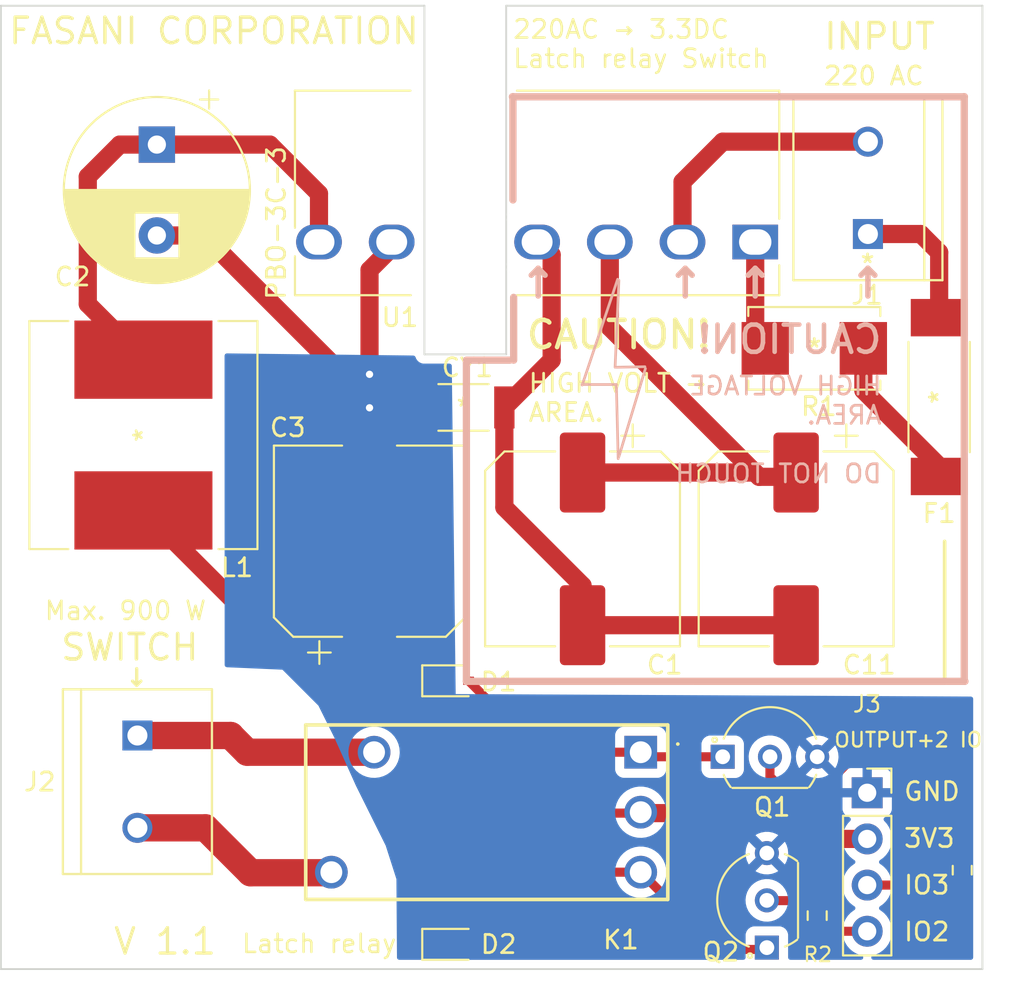
<source format=kicad_pcb>
(kicad_pcb (version 20211014) (generator pcbnew)
  (layers (0 "F.Cu" signal) (31 "B.Cu" signal) (34 "B.Paste" user) (35 "F.Paste" user) (36 "B.SilkS" user "B.Silkscreen") (37 "F.SilkS" user "F.Silkscreen") (38 "B.Mask" user) (39 "F.Mask" user) (44 "Edge.Cuts" user))
  (net 0 "")
  (net 1 "Net-(C1-Pad1)")
  (net 2 "Net-(C1-Pad2)")
  (net 3 "Net-(C2-Pad1)")
  (net 4 "GND")
  (net 5 "AC")
  (net 6 "Net-(F1-Pad2)")
  (net 7 "/AC (N)")
  (net 8 "Net-(R1-Pad2)")
  (net 9 "/IO_2")
  (net 10 "/IO_3")
  (net 11 "+3V3")
  (net 12 "Net-(J2-Pad1)")
  (net 13 "Net-(J2-Pad2)")
  (net 14 "Net-(D1-Pad2)")
  (net 15 "Net-(D2-Pad2)")
  (net 16 "Net-(Q1-Pad2)")
  (net 17 "Net-(Q2-Pad2)")
  (footprint "footprint:SMW212RJT" (layer "F.Cu") (at 154.75 77.85 180)
    (fp_text reference "R1" (at -0.25 -3.2 180) (layer "F.SilkS"))
    (fp_text value "R" hide)
    (fp_text user "*" (at 0 0) (layer "F.SilkS"))
    (fp_line (start 3.6322 2.2733) (end 3.6322 1.78054) (layer "F.SilkS") (width 0.12))
    (fp_line (start 3.6322 -1.78054) (end 3.6322 -2.2733) (layer "F.SilkS") (width 0.12))
    (fp_line (start -3.6322 -2.2733) (end -3.6322 -1.78054) (layer "F.SilkS") (width 0.12))
    (fp_line (start 3.6322 -2.2733) (end -3.6322 -2.2733) (layer "F.SilkS") (width 0.12))
    (fp_line (start -3.6322 1.78054) (end -3.6322 2.2733) (layer "F.SilkS") (width 0.12))
    (fp_line (start -3.6322 2.2733) (end 3.6322 2.2733) (layer "F.SilkS") (width 0.12))
    (pad "1" smd rect (at -2.69875 0 180) (size 2.6035 2.8956) (layers "F.Cu" "F.Paste" "F.Mask") (net 6 "Net-(F1-Pad2)"))
    (pad "2" smd rect (at 2.69875 0 180) (size 2.6035 2.8956) (layers "F.Cu" "F.Paste" "F.Mask") (net 8 "Net-(R1-Pad2)"))
  )
  (footprint "footprint:MountingHole_2.2mm_M2" (layer "F.Cu") (at 153.68 61.16)
    (fp_text reference "H2" hide)
    (fp_text value "MountingHole" hide)
    (pad "" np_thru_hole circle (at 0 0) (size 2.2 2.2) (drill 2.2) (layers *.Cu *.Mask))
  )
  (footprint "Capacitor_SMD:CP_Elec_10x14.3" (layer "F.Cu") (at 142 88.8825 -90)
    (fp_text reference "C1" (at 6.385 -4.52 180) (layer "F.SilkS"))
    (fp_text value "12uF")
    (fp_line (start -5.36 4.295563) (end -5.36 1.51) (layer "F.SilkS") (width 0.12))
    (fp_line (start 5.36 -5.36) (end 5.36 -1.51) (layer "F.SilkS") (width 0.12))
    (fp_line (start -5.36 -4.295563) (end -4.295563 -5.36) (layer "F.SilkS") (width 0.12))
    (fp_line (start -6.225 -3.385) (end -6.225 -2.135) (layer "F.SilkS") (width 0.12))
    (fp_line (start 5.36 5.36) (end 5.36 1.51) (layer "F.SilkS") (width 0.12))
    (fp_line (start -4.295563 5.36) (end 5.36 5.36) (layer "F.SilkS") (width 0.12))
    (fp_line (start -5.36 -4.295563) (end -5.36 -1.51) (layer "F.SilkS") (width 0.12))
    (fp_line (start -6.85 -2.76) (end -5.6 -2.76) (layer "F.SilkS") (width 0.12))
    (fp_line (start -4.295563 -5.36) (end 5.36 -5.36) (layer "F.SilkS") (width 0.12))
    (fp_line (start -5.36 4.295563) (end -4.295563 5.36) (layer "F.SilkS") (width 0.12))
    (pad "1" smd roundrect (at -4.2 0 270) (size 4.4 2.5) (layers "F.Cu" "F.Paste" "F.Mask") (roundrect_rratio 0.1) (net 1 "Net-(C1-Pad1)"))
    (pad "2" smd roundrect (at 4.2 0 270) (size 4.4 2.5) (layers "F.Cu" "F.Paste" "F.Mask") (roundrect_rratio 0.1) (net 2 "Net-(C1-Pad2)"))
  )
  (footprint "footprint:BC547B" (layer "F.Cu") (at 149.71 100.32)
    (fp_text reference "Q1" (at 2.72 2.77) (layer "F.SilkS"))
    (fp_text value "Q_NPN_CBE" hide)
    (fp_line (start 0.536494 1.7145) (end 4.663506 1.7145) (layer "F.SilkS") (width 0.12))
    (fp_arc (start 0.056517 -0.99314) (mid 2.600845 -2.7305) (end 5.144097 -0.991565) (layer "F.SilkS") (width 0.12))
    (fp_arc (start 5.144097 0.991565) (mid 4.978085 1.341768) (end 4.764164 1.66494) (layer "F.SilkS") (width 0.12))
    (fp_arc (start 0.435836 1.66494) (mid 0.222331 1.342505) (end 0.056518 0.993141) (layer "F.SilkS") (width 0.12))
    (fp_circle (center -0.44 -0.93) (end -0.313 -0.93) (layer "F.SilkS") (width 0.12) (fill none))
    (pad "1" thru_hole rect (at 0 0) (size 1.3208 1.3208) (drill 0.8128) (layers *.Cu *.Mask) (net 14 "Net-(D1-Pad2)"))
    (pad "2" thru_hole circle (at 2.6 0) (size 1.3208 1.3208) (drill 0.8128) (layers *.Cu *.Mask) (net 16 "Net-(Q1-Pad2)"))
    (pad "3" thru_hole circle (at 5.2 0) (size 1.3208 1.3208) (drill 0.8128) (layers *.Cu *.Mask) (net 4 "GND"))
  )
  (footprint "Resistor_SMD:R_0603_1608Metric" (layer "F.Cu") (at 154.91 109.06 -90)
    (fp_text reference "R2" (at 2.14 -0.03) (layer "F.SilkS") (effects (font (size 0.8 0.8) (thickness 0.12))))
    (fp_text value "430Ω" hide)
    (fp_line (start -0.237258 0.5225) (end 0.237258 0.5225) (layer "F.SilkS") (width 0.12))
    (fp_line (start -0.237258 -0.5225) (end 0.237258 -0.5225) (layer "F.SilkS") (width 0.12))
    (pad "1" smd roundrect (at -0.825 0 270) (size 0.8 0.95) (layers "F.Cu" "F.Paste" "F.Mask") (net 17 "Net-(Q2-Pad2)"))
    (pad "2" smd roundrect (at 0.825 0 270) (size 0.8 0.95) (layers "F.Cu" "F.Paste" "F.Mask") (net 9 "/IO_2"))
  )
  (footprint "footprint:FH44L-1AT-L2-DC3V" (layer "F.Cu") (at 136.48 103.27 180)
    (fp_text reference "K1" (at -7.63 -7.12 unlocked) (layer "F.SilkS"))
    (fp_text value "HF163-F")
    (fp_line (start -10.81 3.65) (end -10.81 3.65) (layer "F.SilkS") (width 0.1))
    (fp_line (start 9.71 -4.9) (end -10.2 -4.9) (layer "F.SilkS") (width 0.2))
    (fp_line (start -10.2 4.7) (end 9.71 4.7) (layer "F.SilkS") (width 0.2))
    (fp_line (start -10.21 -4.9) (end -10.21 4.7) (layer "F.SilkS") (width 0.2))
    (fp_line (start 9.71 4.7) (end 9.71 -4.9) (layer "F.SilkS") (width 0.2))
    (fp_line (start -10.71 3.65) (end -10.71 3.65) (layer "F.SilkS") (width 0.1))
    (fp_arc (start -10.71 3.65) (mid -10.76 3.7) (end -10.81 3.65) (layer "F.SilkS") (width 0.1))
    (fp_arc (start -10.81 3.65) (mid -10.76 3.6) (end -10.71 3.65) (layer "F.SilkS") (width 0.1))
    (pad "1" thru_hole rect (at -8.72 3.2 180) (size 1.8 1.8) (drill 1.2) (layers *.Cu *.Mask) (net 14 "Net-(D1-Pad2)"))
    (pad "2" thru_hole circle (at -8.72 -0.1 180) (size 1.8 1.8) (drill 1.2) (layers *.Cu *.Mask) (net 11 "+3V3"))
    (pad "3" thru_hole circle (at -8.72 -3.4 180) (size 1.8 1.8) (drill 1.2) (layers *.Cu *.Mask) (net 15 "Net-(D2-Pad2)"))
    (pad "4" thru_hole circle (at 8.3 -3.4 180) (size 1.8 1.8) (drill 1.2) (layers *.Cu *.Mask) (net 13 "Net-(J2-Pad2)"))
    (pad "5" thru_hole circle (at 5.95 3.2 180) (size 1.8 1.8) (drill 1.2) (layers *.Cu *.Mask) (net 12 "Net-(J2-Pad1)"))
  )
  (footprint "Diode_SMD:D_SOD-323" (layer "F.Cu") (at 134.68 110.64)
    (fp_text reference "D2" (at 2.7 0 180) (layer "F.SilkS"))
    (fp_text value "1N4148" hide)
    (fp_line (start -1.5 -0.85) (end 1.05 -0.85) (layer "F.SilkS") (width 0.12))
    (fp_line (start -1.5 -0.85) (end -1.5 0.85) (layer "F.SilkS") (width 0.12))
    (fp_line (start -1.5 0.85) (end 1.05 0.85) (layer "F.SilkS") (width 0.12))
    (pad "1" smd rect (at -1.05 0) (size 0.6 0.45) (layers "F.Cu" "F.Paste" "F.Mask") (net 11 "+3V3"))
    (pad "2" smd rect (at 1.05 0) (size 0.6 0.45) (layers "F.Cu" "F.Paste" "F.Mask") (net 15 "Net-(D2-Pad2)"))
  )
  (footprint "footprint:CC1808KKX7RCBB102" (layer "F.Cu") (at 135.45 81.1)
    (fp_text reference "CY1" (at 0.21 -2.19) (layer "F.SilkS"))
    (fp_text value "1nF" hide)
    (fp_text user "*" (at 0 0) (layer "F.SilkS"))
    (fp_line (start -1.38155 1.2827) (end 1.38155 1.2827) (layer "F.SilkS") (width 0.12))
    (fp_line (start 1.38155 -1.2827) (end -1.38155 -1.2827) (layer "F.SilkS") (width 0.12))
    (pad "1" smd rect (at -2.2479 0) (size 1.1176 2.3114) (layers "F.Cu" "F.Paste" "F.Mask") (net 4 "GND"))
    (pad "2" smd rect (at 2.2479 0) (size 1.1176 2.3114) (layers "F.Cu" "F.Paste" "F.Mask") (net 2 "Net-(C1-Pad2)"))
  )
  (footprint "footprint:PBO-3C-3" (layer "F.Cu") (at 151.499999 72 180)
    (fp_text reference "U1" (at 19.55 -4.15) (layer "F.SilkS"))
    (fp_text value "PBO-3C-3" (at 26.349999 1.05 90) (layer "F.SilkS"))
    (fp_text user "*" (at -6.180001 -1.2) (layer "F.SilkS"))
    (fp_line (start 25.322299 8.3261) (end 25.322299 0.785196) (layer "F.SilkS") (width 0.12))
    (fp_line (start -1.322301 1.278829) (end -1.322301 8.3261) (layer "F.SilkS") (width 0.12))
    (fp_line (start 13.11 -2.9261) (end -1.322301 -2.9261) (layer "F.SilkS") (width 0.12))
    (fp_line (start -1.322301 -2.9261) (end -1.322301 -1.278829) (layer "F.SilkS") (width 0.12))
    (fp_line (start -1.322301 8.3261) (end 13.11 8.3261) (layer "F.SilkS") (width 0.12))
    (fp_line (start 25.31 -2.9261) (end 18.95 -2.9261) (layer "F.SilkS") (width 0.12))
    (fp_line (start 25.33 8.3261) (end 18.97 8.3261) (layer "F.SilkS") (width 0.12))
    (fp_line (start 25.322299 -0.785196) (end 25.322299 -2.9261) (layer "F.SilkS") (width 0.12))
    (pad "" np_thru_hole circle (at 18.899999 -1.3716 180) (size 0.9906 0.9906) (drill 0.9906) (layers *.Cu *.Mask))
    (pad "" np_thru_hole circle (at 18.899999 1.3716 180) (size 0.9906 0.9906) (drill 0.9906) (layers *.Cu *.Mask))
    (pad "" np_thru_hole circle (at 13.099999 1.3716 180) (size 0.9906 0.9906) (drill 0.9906) (layers *.Cu *.Mask))
    (pad "" np_thru_hole circle (at 13.099999 -1.3716 180) (size 0.9906 0.9906) (drill 0.9906) (layers *.Cu *.Mask))
    (pad "1" thru_hole rect (at 0 0 180) (size 2.5146 1.905) (drill oval 1.78 1.4) (layers *.Cu *.Mask) (net 8 "Net-(R1-Pad2)"))
    (pad "2" thru_hole oval (at 3.999999 0 180) (size 2.5146 1.905) (drill oval 1.7 1.4) (layers *.Cu *.Mask) (net 7 "/AC (N)"))
    (pad "3" thru_hole oval (at 7.999999 0 180) (size 2.5146 1.905) (drill oval 1.7 1.4) (layers *.Cu *.Mask) (net 1 "Net-(C1-Pad1)"))
    (pad "4" thru_hole oval (at 11.999999 0 180) (size 2.5146 1.905) (drill oval 1.7 1.4) (layers *.Cu *.Mask) (net 2 "Net-(C1-Pad2)"))
    (pad "5" thru_hole oval (at 19.999998 0 180) (size 2.5146 1.905) (drill oval 1.7 1.4) (layers *.Cu *.Mask) (net 4 "GND"))
    (pad "6" thru_hole oval (at 23.999997 0 180) (size 2.5146 1.905) (drill oval 1.7 1.4) (layers *.Cu *.Mask) (net 3 "Net-(C2-Pad1)"))
  )
  (footprint "footprint:Conn_C8269" (layer "F.Cu") (at 117.51 101.69 -90)
    (fp_text reference "J2" (at 0.01 5.37 180) (layer "F.SilkS") (effects (font (size 1.002039 1.002039))))
    (fp_text value "ON/OFF switch")
    (fp_line (start 5.08 -4.1) (end 5.08 3.1) (layer "F.SilkS") (width 0.127))
    (fp_line (start -5.08 4.1) (end -5.08 3.1) (layer "F.SilkS") (width 0.127))
    (fp_line (start 5.08 4.1) (end -5.08 4.1) (layer "F.SilkS") (width 0.127))
    (fp_line (start -5.08 3.1) (end 5.08 3.1) (layer "F.SilkS") (width 0.127))
    (fp_line (start -5.08 3.1) (end -5.08 -4.1) (layer "F.SilkS") (width 0.127))
    (fp_line (start -5.08 -4.1) (end 5.08 -4.1) (layer "F.SilkS") (width 0.127))
    (fp_line (start 5.08 3.1) (end 5.08 4.1) (layer "F.SilkS") (width 0.127))
    (pad "1" thru_hole rect (at -2.54 0 270) (size 1.65 1.65) (drill 1.1) (layers *.Cu *.Mask) (net 12 "Net-(J2-Pad1)"))
    (pad "2" thru_hole circle (at 2.54 0 270) (size 1.65 1.65) (drill 1.1) (layers *.Cu *.Mask) (net 13 "Net-(J2-Pad2)"))
  )
  (footprint "footprint:Conn_C8269" (layer "F.Cu") (at 157.7 69.02 90)
    (fp_text reference "J1" (at -5.9 -0.05 180) (layer "F.SilkS") (effects (font (size 1.002039 1.002039))))
    (fp_text value "AC MAINS POWER")
    (fp_line (start -5.08 3.1) (end -5.08 -4.1) (layer "F.SilkS") (width 0.127))
    (fp_line (start 5.08 3.1) (end 5.08 4.1) (layer "F.SilkS") (width 0.127))
    (fp_line (start -5.08 -4.1) (end 5.08 -4.1) (layer "F.SilkS") (width 0.127))
    (fp_line (start -5.08 4.1) (end -5.08 3.1) (layer "F.SilkS") (width 0.127))
    (fp_line (start 5.08 4.1) (end -5.08 4.1) (layer "F.SilkS") (width 0.127))
    (fp_line (start -5.08 3.1) (end 5.08 3.1) (layer "F.SilkS") (width 0.127))
    (fp_line (start 5.08 -4.1) (end 5.08 3.1) (layer "F.SilkS") (width 0.127))
    (pad "1" thru_hole rect (at -2.54 0 90) (size 1.65 1.65) (drill 1.1) (layers *.Cu *.Mask) (net 5 "AC"))
    (pad "2" thru_hole circle (at 2.54 0 90) (size 1.65 1.65) (drill 1.1) (layers *.Cu *.Mask) (net 7 "/AC (N)"))
  )
  (footprint "Resistor_SMD:R_0603_1608Metric" (layer "F.Cu") (at 162.89 106.56 -90)
    (fp_text reference "R3" hide)
    (fp_text value "430Ω")
    (fp_line (start -0.237258 -0.5225) (end 0.237258 -0.5225) (layer "F.SilkS") (width 0.12))
    (fp_line (start -0.237258 0.5225) (end 0.237258 0.5225) (layer "F.SilkS") (width 0.12))
    (pad "1" smd roundrect (at -0.825 0 270) (size 0.8 0.95) (layers "F.Cu" "F.Paste" "F.Mask") (net 16 "Net-(Q1-Pad2)"))
    (pad "2" smd roundrect (at 0.825 0 270) (size 0.8 0.95) (layers "F.Cu" "F.Paste" "F.Mask") (net 10 "/IO_3"))
  )
  (footprint "footprint:BC547B" (layer "F.Cu") (at 152.14 110.82 90)
    (fp_text reference "Q2" (at -0.24 -2.53 180) (layer "F.SilkS"))
    (fp_text value "Q_NPN_CBE" hide)
    (fp_line (start 0.536494 1.7145) (end 4.663506 1.7145) (layer "F.SilkS") (width 0.12))
    (fp_arc (start 5.144097 0.991565) (mid 4.978085 1.341768) (end 4.764164 1.66494) (layer "F.SilkS") (width 0.12))
    (fp_arc (start 0.435836 1.66494) (mid 0.222331 1.342505) (end 0.056518 0.993141) (layer "F.SilkS") (width 0.12))
    (fp_arc (start 0.056517 -0.99314) (mid 2.600845 -2.7305) (end 5.144097 -0.991565) (layer "F.SilkS") (width 0.12))
    (fp_circle (center -0.44 -0.93) (end -0.313 -0.93) (layer "F.SilkS") (width 0.12) (fill none))
    (pad "1" thru_hole rect (at 0 0 90) (size 1.3208 1.3208) (drill 0.8128) (layers *.Cu *.Mask) (net 15 "Net-(D2-Pad2)"))
    (pad "2" thru_hole circle (at 2.6 0 90) (size 1.3208 1.3208) (drill 0.8128) (layers *.Cu *.Mask) (net 17 "Net-(Q2-Pad2)"))
    (pad "3" thru_hole circle (at 5.2 0 90) (size 1.3208 1.3208) (drill 0.8128) (layers *.Cu *.Mask) (net 4 "GND"))
  )
  (footprint "Capacitor_THT:CP_Radial_D10.0mm_P5.00mm" (layer "F.Cu") (at 118.58 66.64 -90)
    (fp_text reference "C2" (at 7.27 4.64 180) (layer "F.SilkS"))
    (fp_text value "470uF")
    (fp_line (start 2.78 -5.073) (end 2.78 5.073) (layer "F.SilkS") (width 0.12))
    (fp_line (start 5.381 1.241) (end 5.381 4.194) (layer "F.SilkS") (width 0.12))
    (fp_line (start 6.301 -3.392) (end 6.301 3.392) (layer "F.SilkS") (width 0.12))
    (fp_line (start 3.861 1.241) (end 3.861 4.897) (layer "F.SilkS") (width 0.12))
    (fp_line (start 3.301 -5.018) (end 3.301 5.018) (layer "F.SilkS") (width 0.12))
    (fp_line (start 4.261 -4.768) (end 4.261 -1.241) (layer "F.SilkS") (width 0.12))
    (fp_line (start 5.301 1.241) (end 5.301 4.247) (layer "F.SilkS") (width 0.12))
    (fp_line (start 4.501 1.241) (end 4.501 4.674) (layer "F.SilkS") (width 0.12))
    (fp_line (start 7.301 -1.742) (end 7.301 1.742) (layer "F.SilkS") (width 0.12))
    (fp_line (start 3.581 -4.965) (end 3.581 4.965) (layer "F.SilkS") (width 0.12))
    (fp_line (start 3.941 1.241) (end 3.941 4.874) (layer "F.SilkS") (width 0.12))
    (fp_line (start 3.341 -5.011) (end 3.341 5.011) (layer "F.SilkS") (width 0.12))
    (fp_line (start 2.82 -5.07) (end 2.82 5.07) (layer "F.SilkS") (width 0.12))
    (fp_line (start 4.181 -4.797) (end 4.181 -1.241) (layer "F.SilkS") (width 0.12))
    (fp_line (start 7.221 -1.944) (end 7.221 1.944) (layer "F.SilkS") (width 0.12))
    (fp_line (start 5.821 -3.858) (end 5.821 -1.241) (layer "F.SilkS") (width 0.12))
    (fp_line (start 4.421 -4.707) (end 4.421 -1.241) (layer "F.SilkS") (width 0.12))
    (fp_line (start 5.941 -3.753) (end 5.941 -1.241) (layer "F.SilkS") (width 0.12))
    (fp_line (start 4.061 -4.837) (end 4.061 -1.241) (layer "F.SilkS") (width 0.12))
    (fp_line (start 5.021 -4.417) (end 5.021 -1.241) (layer "F.SilkS") (width 0.12))
    (fp_line (start 4.741 -4.564) (end 4.741 -1.241) (layer "F.SilkS") (width 0.12))
    (fp_line (start 4.901 -4.483) (end 4.901 -1.241) (layer "F.SilkS") (width 0.12))
    (fp_line (start 5.421 -4.166) (end 5.421 -1.241) (layer "F.SilkS") (width 0.12))
    (fp_line (start 5.941 1.241) (end 5.941 3.753) (layer "F.SilkS") (width 0.12))
    (fp_line (start 7.061 -2.289) (end 7.061 2.289) (layer "F.SilkS") (width 0.12))
    (fp_line (start 5.701 -3.957) (end 5.701 -1.241) (layer "F.SilkS") (width 0.12))
    (fp_line (start 5.901 1.241) (end 5.901 3.789) (layer "F.SilkS") (width 0.12))
    (fp_line (start 7.141 -2.125) (end 7.141 2.125) (layer "F.SilkS") (width 0.12))
    (fp_line (start 3.501 -4.982) (end 3.501 4.982) (layer "F.SilkS") (width 0.12))
    (fp_line (start 5.821 1.241) (end 5.821 3.858) (layer "F.SilkS") (width 0.12))
    (fp_line (start 2.66 -5.078) (end 2.66 5.078) (layer "F.SilkS") (width 0.12))
    (fp_line (start 5.541 -4.08) (end 5.541 -1.241) (layer "F.SilkS") (width 0.12))
    (fp_line (start 3.18 -5.035) (end 3.18 5.035) (layer "F.SilkS") (width 0.12))
    (fp_line (start 3.461 -4.99) (end 3.461 4.99) (layer "F.SilkS") (width 0.12))
    (fp_line (start 5.181 -4.323) (end 5.181 -1.241) (layer "F.SilkS") (width 0.12))
    (fp_line (start 6.821 -2.709) (end 6.821 2.709) (layer "F.SilkS") (width 0.12))
    (fp_line (start 4.221 -4.783) (end 4.221 -1.241) (layer "F.SilkS") (width 0.12))
    (fp_line (start 6.501 -3.156) (end 6.501 3.156) (layer "F.SilkS") (width 0.12))
    (fp_line (start -2.979646 -2.875) (end -1.979646 -2.875) (layer "F.SilkS") (width 0.12))
    (fp_line (start 4.621 1.241) (end 4.621 4.621) (layer "F.SilkS") (width 0.12))
    (fp_line (start 6.141 1.241) (end 6.141 3.561) (layer "F.SilkS") (width 0.12))
    (fp_line (start 2.74 -5.075) (end 2.74 5.075) (layer "F.SilkS") (width 0.12))
    (fp_line (start 5.101 1.241) (end 5.101 4.371) (layer "F.SilkS") (width 0.12))
    (fp_line (start 6.581 -3.054) (end 6.581 3.054) (layer "F.SilkS") (width 0.12))
    (fp_line (start 6.261 -3.436) (end 6.261 3.436) (layer "F.SilkS") (width 0.12))
    (fp_line (start 3.06 -5.05) (end 3.06 5.05) (layer "F.SilkS") (width 0.12))
    (fp_line (start 3.821 1.241) (end 3.821 4.907) (layer "F.SilkS") (width 0.12))
    (fp_line (start 5.741 -3.925) (end 5.741 -1.241) (layer "F.SilkS") (width 0.12))
    (fp_line (start 5.261 -4.273) (end 5.261 -1.241) (layer "F.SilkS") (width 0.12))
    (fp_line (start 5.101 -4.371) (end 5.101 -1.241) (layer "F.SilkS") (width 0.12))
    (fp_line (start 4.781 -4.545) (end 4.781 -1.241) (layer "F.SilkS") (width 0.12))
    (fp_line (start 6.621 -3) (end 6.621 3) (layer "F.SilkS") (width 0.12))
    (fp_line (start 6.421 -3.254) (end 6.421 3.254) (layer "F.SilkS") (width 0.12))
    (fp_line (start 7.181 -2.037) (end 7.181 2.037) (layer "F.SilkS") (width 0.12))
    (fp_line (start 4.581 -4.639) (end 4.581 -1.241) (layer "F.SilkS") (width 0.12))
    (fp_line (start 4.701 1.241) (end 4.701 4.584) (layer "F.SilkS") (width 0.12))
    (fp_line (start 2.9 -5.065) (end 2.9 5.065) (layer "F.SilkS") (width 0.12))
    (fp_line (start 4.661 -4.603) (end 4.661 -1.241) (layer "F.SilkS") (width 0.12))
    (fp_line (start 7.541 -0.862) (end 7.541 0.862) (layer "F.SilkS") (width 0.12))
    (fp_line (start 4.621 -4.621) (end 4.621 -1.241) (layer "F.SilkS") (width 0.12))
    (fp_line (start 4.941 1.241) (end 4.941 4.462) (layer "F.SilkS") (width 0.12))
    (fp_line (start 4.901 1.241) (end 4.901 4.483) (layer "F.SilkS") (width 0.12))
    (fp_line (start 4.541 1.241) (end 4.541 4.657) (layer "F.SilkS") (width 0.12))
    (fp_line (start 3.381 -5.004) (end 3.381 5.004) (layer "F.SilkS") (width 0.12))
    (fp_line (start 4.021 1.241) (end 4.021 4.85) (layer "F.SilkS") (width 0.12))
    (fp_line (start 5.621 -4.02) (end 5.621 -1.241) (layer "F.SilkS") (width 0.12))
    (fp_line (start 5.021 1.241) (end 5.021 4.417) (layer "F.SilkS") (width 0.12))
    (fp_line (start 6.101 1.241) (end 6.101 3.601) (layer "F.SilkS") (width 0.12))
    (fp_line (start 5.581 1.241) (end 5.581 4.05) (layer "F.SilkS") (width 0.12))
    (fp_line (start 3.781 1.241) (end 3.781 4.918) (layer "F.SilkS") (width 0.12))
    (fp_line (start 5.461 1.241) (end 5.461 4.138) (layer "F.SilkS") (width 0.12))
    (fp_line (start 4.821 1.241) (end 4.821 4.525) (layer "F.SilkS") (width 0.12))
    (fp_line (start 3.981 -4.862) (end 3.981 -1.241) (layer "F.SilkS") (width 0.12))
    (fp_line (start 5.501 -4.11) (end 5.501 -1.241) (layer "F.SilkS") (width 0.12))
    (fp_line (start 7.381 -1.51) (end 7.381 1.51) (layer "F.SilkS") (width 0.12))
    (fp_line (start 5.221 1.241) (end 5.221 4.298) (layer "F.SilkS") (width 0.12))
    (fp_line (start 3.1 -5.045) (end 3.1 5.045) (layer "F.SilkS") (width 0.12))
    (fp_line (start 2.5 -5.08) (end 2.5 5.08) (layer "F.SilkS") (width 0.12))
    (fp_line (start 4.181 1.241) (end 4.181 4.797) (layer "F.SilkS") (width 0.12))
    (fp_line (start 4.101 1.241) (end 4.101 4.824) (layer "F.SilkS") (width 0.12))
    (fp_line (start 6.741 -2.83) (end 6.741 2.83) (layer "F.SilkS") (width 0.12))
    (fp_line (start 3.901 1.241) (end 3.901 4.885) (layer "F.SilkS") (width 0.12))
    (fp_line (start 5.141 -4.347) (end 5.141 -1.241) (layer "F.SilkS") (width 0.12))
    (fp_line (start 5.861 -3.824) (end 5.861 -1.241) (layer "F.SilkS") (width 0.12))
    (fp_line (start 5.901 -3.789) (end 5.901 -1.241) (layer "F.SilkS") (width 0.12))
    (fp_line (start 4.301 1.241) (end 4.301 4.754) (layer "F.SilkS") (width 0.12))
    (fp_line (start 6.981 -2.439) (end 6.981 2.439) (layer "F.SilkS") (width 0.12))
    (fp_line (start 4.421 1.241) (end 4.421 4.707) (layer "F.SilkS") (width 0.12))
    (fp_line (start 4.261 1.241) (end 4.261 4.768) (layer "F.SilkS") (width 0.12))
    (fp_line (start 6.701 -2.889) (end 6.701 2.889) (layer "F.SilkS") (width 0.12))
    (fp_line (start 5.981 -3.716) (end 5.981 -1.241) (layer "F.SilkS") (width 0.12))
    (fp_line (start 5.301 -4.247) (end 5.301 -1.241) (layer "F.SilkS") (width 0.12))
    (fp_line (start 6.221 -3.478) (end 6.221 -1.241) (layer "F.SilkS") (width 0.12))
    (fp_line (start 5.661 -3.989) (end 5.661 -1.241) (layer "F.SilkS") (width 0.12))
    (fp_line (start 6.781 -2.77) (end 6.781 2.77) (layer "F.SilkS") (width 0.12))
    (fp_line (start 2.54 -5.08) (end 2.54 5.08) (layer "F.SilkS") (width 0.12))
    (fp_line (start 4.501 -4.674) (end 4.501 -1.241) (layer "F.SilkS") (width 0.12))
    (fp_line (start 4.861 -4.504) (end 4.861 -1.241) (layer "F.SilkS") (width 0.12))
    (fp_line (start 5.261 1.241) (end 5.261 4.273) (layer "F.SilkS") (width 0.12))
    (fp_line (start 5.341 -4.221) (end 5.341 -1.241) (layer "F.SilkS") (width 0.12))
    (fp_line (start 7.021 -2.365) (end 7.021 2.365) (layer "F.SilkS") (width 0.12))
    (fp_line (start 4.141 -4.811) (end 4.141 -1.241) (layer "F.SilkS") (width 0.12))
    (fp_line (start 5.621 1.241) (end 5.621 4.02) (layer "F.SilkS") (width 0.12))
    (fp_line (start 3.821 -4.907) (end 3.821 -1.241) (layer "F.SilkS") (width 0.12))
    (fp_line (start 3.741 -4.928) (end 3.741 4.928) (layer "F.SilkS") (width 0.12))
    (fp_line (start 5.061 -4.395) (end 5.061 -1.241) (layer "F.SilkS") (width 0.12))
    (fp_line (start 6.021 -3.679) (end 6.021 -1.241) (layer "F.SilkS") (width 0.12))
    (fp_line (start 4.661 1.241) (end 4.661 4.603) (layer "F.SilkS") (width 0.12))
    (fp_line (start 3.661 -4.947) (end 3.661 4.947) (layer "F.SilkS") (width 0.12))
    (fp_line (start 4.101 -4.824) (end 4.101 -1.241) (layer "F.SilkS") (width 0.12))
    (fp_line (start 5.221 -4.298) (end 5.221 -1.241) (layer "F.SilkS") (width 0.12))
    (fp_line (start 7.501 -1.062) (end 7.501 1.062) (layer "F.SilkS") (width 0.12))
    (fp_line (start 6.181 -3.52) (end 6.181 -1.241) (layer "F.SilkS") (width 0.12))
    (fp_line (start 4.541 -4.657) (end 4.541 -1.241) (layer "F.SilkS") (width 0.12))
    (fp_line (start 3.02 -5.054) (end 3.02 5.054) (layer "F.SilkS") (width 0.12))
    (fp_line (start 7.101 -2.209) (end 7.101 2.209) (layer "F.SilkS") (width 0.12))
    (fp_line (start 4.741 1.241) (end 4.741 4.564) (layer "F.SilkS") (width 0.12))
    (fp_line (start 5.861 1.241) (end 5.861 3.824) (layer "F.SilkS") (width 0.12))
    (fp_line (start 3.221 -5.03) (end 3.221 5.03) (layer "F.SilkS") (width 0.12))
    (fp_line (start 7.461 -1.23) (end 7.461 1.23) (layer "F.SilkS") (width 0.12))
    (fp_line (start 6.901 -2.579) (end 6.901 2.579) (layer "F.SilkS") (width 0.12))
    (fp_line (start 4.021 -4.85) (end 4.021 -1.241) (layer "F.SilkS") (width 0.12))
    (fp_line (start 6.061 -3.64) (end 6.061 -1.241) (layer "F.SilkS") (width 0.12))
    (fp_line (start 7.421 -1.378) (end 7.421 1.378) (layer "F.SilkS") (width 0.12))
    (fp_line (start 4.141 1.241) (end 4.141 4.811) (layer "F.SilkS") (width 0.12))
    (fp_line (start 3.861 -4.897) (end 3.861 -1.241) (layer "F.SilkS") (width 0.12))
    (fp_line (start 4.381 -4.723) (end 4.381 -1.241) (layer "F.SilkS") (width 0.12))
    (fp_line (start 4.301 -4.754) (end 4.301 -1.241) (layer "F.SilkS") (width 0.12))
    (fp_line (start 5.381 -4.194) (end 5.381 -1.241) (layer "F.SilkS") (width 0.12))
    (fp_line (start 3.701 -4.938) (end 3.701 4.938) (layer "F.SilkS") (width 0.12))
    (fp_line (start 4.781 1.241) (end 4.781 4.545) (layer "F.SilkS") (width 0.12))
    (fp_line (start 6.941 -2.51) (end 6.941 2.51) (layer "F.SilkS") (width 0.12))
    (fp_line (start 4.341 -4.738) (end 4.341 -1.241) (layer "F.SilkS") (width 0.12))
    (fp_line (start 2.58 -5.08) (end 2.58 5.08) (layer "F.SilkS") (width 0.12))
    (fp_line (start 3.541 -4.974) (end 3.541 4.974) (layer "F.SilkS") (width 0.12))
    (fp_line (start 4.861 1.241) (end 4.861 4.504) (layer "F.SilkS") (width 0.12))
    (fp_line (start 2.62 -5.079) (end 2.62 5.079) (layer "F.SilkS") (width 0.12))
    (fp_line (start 5.781 -3.892) (end 5.781 -1.241) (layer "F.SilkS") (width 0.12))
    (fp_line (start 4.461 -4.69) (end 4.461 -1.241) (layer "F.SilkS") (width 0.12))
    (fp_line (start 6.381 -3.301) (end 6.381 3.301) (layer "F.SilkS") (width 0.12))
    (fp_line (start 5.661 1.241) (end 5.661 3.989) (layer "F.SilkS") (width 0.12))
    (fp_line (start 3.981 1.241) (end 3.981 4.862) (layer "F.SilkS") (width 0.12))
    (fp_line (start 3.621 -4.956) (end 3.621 4.956) (layer "F.SilkS") (width 0.12))
    (fp_line (start 5.181 1.241) (end 5.181 4.323) (layer "F.SilkS") (width 0.12))
    (fp_line (start 5.421 1.241) (end 5.421 4.166) (layer "F.SilkS") (width 0.12))
    (fp_line (start 3.901 -4.885) (end 3.901 -1.241) (layer "F.SilkS") (width 0.12))
    (fp_line (start 5.141 1.241) (end 5.141 4.347) (layer "F.SilkS") (width 0.12))
    (fp_line (start 5.061 1.241) (end 5.061 4.395) (layer "F.SilkS") (width 0.12))
    (fp_line (start 7.581 -0.599) (end 7.581 0.599) (layer "F.SilkS") (width 0.12))
    (fp_line (start 4.701 -4.584) (end 4.701 -1.241) (layer "F.SilkS") (width 0.12))
    (fp_line (start 7.341 -1.63) (end 7.341 1.63) (layer "F.SilkS") (width 0.12))
    (fp_line (start 2.94 -5.062) (end 2.94 5.062) (layer "F.SilkS") (width 0.12))
    (fp_line (start -2.479646 -3.375) (end -2.479646 -2.375) (layer "F.SilkS") (width 0.12))
    (fp_line (start 6.341 -3.347) (end 6.341 3.347) (layer "F.SilkS") (width 0.12))
    (fp_line (start 3.781 -4.918) (end 3.781 -1.241) (layer "F.SilkS") (width 0.12))
    (fp_line (start 5.781 1.241) (end 5.781 3.892) (layer "F.SilkS") (width 0.12))
    (fp_line (start 4.061 1.241) (end 4.061 4.837) (layer "F.SilkS") (width 0.12))
    (fp_line (start 5.741 1.241) (end 5.741 3.925) (layer "F.SilkS") (width 0.12))
    (fp_line (start 6.101 -3.601) (end 6.101 -1.241) (layer "F.SilkS") (width 0.12))
    (fp_line (start 7.261 -1.846) (end 7.261 1.846) (layer "F.SilkS") (width 0.12))
    (fp_line (start 4.981 -4.44) (end 4.981 -1.241) (layer "F.SilkS") (width 0.12))
    (fp_line (start 6.461 -3.206) (end 6.461 3.206) (layer "F.SilkS") (width 0.12))
    (fp_line (start 4.341 1.241) (end 4.341 4.738) (layer "F.SilkS") (width 0.12))
    (fp_line (start 6.181 1.241) (end 6.181 3.52) (layer "F.SilkS") (width 0.12))
    (fp_line (start 3.941 -4.874) (end 3.941 -1.241) (layer "F.SilkS") (width 0.12))
    (fp_line (start 6.021 1.241) (end 6.021 3.679) (layer "F.SilkS") (width 0.12))
    (fp_line (start 5.461 -4.138) (end 5.461 -1.241) (layer "F.SilkS") (width 0.12))
    (fp_line (start 5.981 1.241) (end 5.981 3.716) (layer "F.SilkS") (width 0.12))
    (fp_line (start 4.941 -4.462) (end 4.941 -1.241) (layer "F.SilkS") (width 0.12))
    (fp_line (start 4.221 1.241) (end 4.221 4.783) (layer "F.SilkS") (width 0.12))
    (fp_line (start 3.261 -5.024) (end 3.261 5.024) (layer "F.SilkS") (width 0.12))
    (fp_line (start 6.541 -3.106) (end 6.541 3.106) (layer "F.SilkS") (width 0.12))
    (fp_line (start 2.7 -5.077) (end 2.7 5.077) (layer "F.SilkS") (width 0.12))
    (fp_line (start 4.581 1.241) (end 4.581 4.639) (layer "F.SilkS") (width 0.12))
    (fp_line (start 4.461 1.241) (end 4.461 4.69) (layer "F.SilkS") (width 0.12))
    (fp_line (start 3.421 -4.997) (end 3.421 4.997) (layer "F.SilkS") (width 0.12))
    (fp_line (start 6.661 -2.945) (end 6.661 2.945) (layer "F.SilkS") (width 0.12))
    (fp_line (start 2.86 -5.068) (end 2.86 5.068) (layer "F.SilkS") (width 0.12))
    (fp_line (start 5.501 1.241) (end 5.501 4.11) (layer "F.SilkS") (width 0.12))
    (fp_line (start 5.541 1.241) (end 5.541 4.08) (layer "F.SilkS") (width 0.12))
    (fp_line (start 5.581 -4.05) (end 5.581 -1.241) (layer "F.SilkS") (width 0.12))
    (fp_line (start 5.341 1.241) (end 5.341 4.221) (layer "F.SilkS") (width 0.12))
    (fp_line (start 4.981 1.241) (end 4.981 4.44) (layer "F.SilkS") (width 0.12))
    (fp_line (start 4.381 1.241) (end 4.381 4.723) (layer "F.SilkS") (width 0.12))
    (fp_line (start 6.061 1.241) (end 6.061 3.64) (layer "F.SilkS") (width 0.12))
    (fp_line (start 6.221 1.241) (end 6.221 3.478) (layer "F.SilkS") (width 0.12))
    (fp_line (start 4.821 -4.525) (end 4.821 -1.241) (layer "F.SilkS") (width 0.12))
    (fp_line (start 6.861 -2.645) (end 6.861 2.645) (layer "F.SilkS") (width 0.12))
    (fp_line (start 6.141 -3.561) (end 6.141 -1.241) (layer "F.SilkS") (width 0.12))
    (fp_line (start 3.14 -5.04) (end 3.14 5.04) (layer "F.SilkS") (width 0.12))
    (fp_line (start 2.98 -5.058) (end 2.98 5.058) (layer "F.SilkS") (width 0.12))
    (fp_line (start 5.701 1.241) (end 5.701 3.957) (layer "F.SilkS") (width 0.12))
    (fp_circle (center 2.5 0) (end 7.62 0) (layer "F.SilkS") (width 0.12) (fill none))
    (pad "1" thru_hole rect (at 0 0 270) (size 2 2) (drill 1) (layers *.Cu *.Mask) (net 3 "Net-(C2-Pad1)"))
    (pad "2" thru_hole circle (at 5 0 270) (size 2 2) (drill 1) (layers *.Cu *.Mask) (net 4 "GND"))
  )
  (footprint "footprint:0443001.DR" (layer "F.Cu") (at 161.62 80.53 -90)
    (fp_text reference "F1" (at 6.4 0 180) (layer "F.SilkS"))
    (fp_text value "Fuse" hide)
    (fp_text user "*" (at 0 0 90) (layer "F.SilkS"))
    (fp_line (start -3.03255 1.6891) (end 3.03255 1.6891) (layer "F.SilkS") (width 0.12))
    (fp_line (start 3.03255 -1.6891) (end -3.03255 -1.6891) (layer "F.SilkS") (width 0.12))
    (pad "1" smd rect (at -4.3688 0 270) (size 2.0574 3.1242) (layers "F.Cu" "F.Paste" "F.Mask") (net 5 "AC"))
    (pad "2" smd rect (at 4.3688 0 270) (size 2.0574 3.1242) (layers "F.Cu" "F.Paste" "F.Mask") (net 6 "Net-(F1-Pad2)"))
  )
  (footprint "Capacitor_SMD:CP_Elec_10x14.3" (layer "F.Cu") (at 153.75 88.8825 -90)
    (fp_text reference "C11" (at 6.385 -4.02 180) (layer "F.SilkS"))
    (fp_text value "12uF")
    (fp_line (start -4.295563 5.36) (end 5.36 5.36) (layer "F.SilkS") (width 0.12))
    (fp_line (start -5.36 -4.295563) (end -5.36 -1.51) (layer "F.SilkS") (width 0.12))
    (fp_line (start 5.36 5.36) (end 5.36 1.51) (layer "F.SilkS") (width 0.12))
    (fp_line (start -6.225 -3.385) (end -6.225 -2.135) (layer "F.SilkS") (width 0.12))
    (fp_line (start -5.36 -4.295563) (end -4.295563 -5.36) (layer "F.SilkS") (width 0.12))
    (fp_line (start -4.295563 -5.36) (end 5.36 -5.36) (layer "F.SilkS") (width 0.12))
    (fp_line (start 5.36 -5.36) (end 5.36 -1.51) (layer "F.SilkS") (width 0.12))
    (fp_line (start -6.85 -2.76) (end -5.6 -2.76) (layer "F.SilkS") (width 0.12))
    (fp_line (start -5.36 4.295563) (end -5.36 1.51) (layer "F.SilkS") (width 0.12))
    (fp_line (start -5.36 4.295563) (end -4.295563 5.36) (layer "F.SilkS") (width 0.12))
    (pad "1" smd roundrect (at -4.2 0 270) (size 4.4 2.5) (layers "F.Cu" "F.Paste" "F.Mask") (roundrect_rratio 0.1) (net 1 "Net-(C1-Pad1)"))
    (pad "2" smd roundrect (at 4.2 0 270) (size 4.4 2.5) (layers "F.Cu" "F.Paste" "F.Mask") (roundrect_rratio 0.1) (net 2 "Net-(C1-Pad2)"))
  )
  (footprint "Diode_SMD:D_SOD-323" (layer "F.Cu") (at 134.68 96.14)
    (fp_text reference "D1" (at 2.7 0.06 180) (layer "F.SilkS"))
    (fp_text value "1N4148")
    (fp_line (start -1.5 -0.85) (end -1.5 0.85) (layer "F.SilkS") (width 0.12))
    (fp_line (start -1.5 -0.85) (end 1.05 -0.85) (layer "F.SilkS") (width 0.12))
    (fp_line (start -1.5 0.85) (end 1.05 0.85) (layer "F.SilkS") (width 0.12))
    (pad "1" smd rect (at -1.05 0) (size 0.6 0.45) (layers "F.Cu" "F.Paste" "F.Mask") (net 11 "+3V3"))
    (pad "2" smd rect (at 1.05 0) (size 0.6 0.45) (layers "F.Cu" "F.Paste" "F.Mask") (net 14 "Net-(D1-Pad2)"))
  )
  (footprint "Capacitor_SMD:CP_Elec_10x10" (layer "F.Cu") (at 130.28 88.46 90)
    (fp_text reference "C3" (at 6.25 -4.5 180) (layer "F.SilkS"))
    (fp_text value "C 150uF")
    (fp_line (start -6.75 -2.76) (end -5.5 -2.76) (layer "F.SilkS") (width 0.12))
    (fp_line (start -4.195563 5.26) (end 5.26 5.26) (layer "F.SilkS") (width 0.12))
    (fp_line (start -5.26 -4.195563) (end -4.195563 -5.26) (layer "F.SilkS") (width 0.12))
    (fp_line (start 5.26 5.26) (end 5.26 1.51) (layer "F.SilkS") (width 0.12))
    (fp_line (start -6.125 -3.385) (end -6.125 -2.135) (layer "F.SilkS") (width 0.12))
    (fp_line (start -5.26 -4.195563) (end -5.26 -1.51) (layer "F.SilkS") (width 0.12))
    (fp_line (start -4.195563 -5.26) (end 5.26 -5.26) (layer "F.SilkS") (width 0.12))
    (fp_line (start -5.26 4.195563) (end -4.195563 5.26) (layer "F.SilkS") (width 0.12))
    (fp_line (start -5.26 4.195563) (end -5.26 1.51) (layer "F.SilkS") (width 0.12))
    (fp_line (start 5.26 -5.26) (end 5.26 -1.51) (layer "F.SilkS") (width 0.12))
    (pad "1" smd roundrect (at -4 0 90) (size 4 2.5) (layers "F.Cu" "F.Paste" "F.Mask") (roundrect_rratio 0.1) (net 11 "+3V3"))
    (pad "2" smd roundrect (at 4 0 90) (size 4 2.5) (layers "F.Cu" "F.Paste" "F.Mask") (roundrect_rratio 0.1) (net 4 "GND"))
  )
  (footprint "footprint:SMDRI127-470MT" (layer "F.Cu") (at 117.84 82.62 -90)
    (fp_text reference "L1" (at 7.29 -5.15 180) (layer "F.SilkS"))
    (fp_text value "L" hide)
    (fp_text user "*" (at 0 0 90) (layer "F.SilkS"))
    (fp_line (start -6.2738 -6.2738) (end -6.2738 -4.13004) (layer "F.SilkS") (width 0.12))
    (fp_line (start 6.2738 6.2738) (end 6.2738 4.13004) (layer "F.SilkS") (width 0.12))
    (fp_line (start -6.2738 4.13004) (end -6.2738 6.2738) (layer "F.SilkS") (width 0.12))
    (fp_line (start 6.2738 -6.2738) (end -6.2738 -6.2738) (layer "F.SilkS") (width 0.12))
    (fp_line (start 6.2738 -4.13004) (end 6.2738 -6.2738) (layer "F.SilkS") (width 0.12))
    (fp_line (start -6.2738 6.2738) (end 6.2738 6.2738) (layer "F.SilkS") (width 0.12))
    (pad "1" smd rect (at -4.14655 0) (size 7.5946 4.3053) (layers "F.Cu" "F.Paste" "F.Mask") (net 3 "Net-(C2-Pad1)"))
    (pad "2" smd rect (at 4.14655 0) (size 7.5946 4.3053) (layers "F.Cu" "F.Paste" "F.Mask") (net 11 "+3V3"))
  )
  (footprint "Connector_PinSocket_2.54mm:PinSocket_1x04_P2.54mm_Vertical" (layer "F.Cu") (at 157.66 102.3)
    (fp_text reference "J3" (at -0.01 -4.88) (layer "F.SilkS") (effects (font (size 0.9 0.9) (thickness 0.13))))
    (fp_text value "Conn_01x04")
    (fp_line (start 1.33 1.27) (end 1.33 8.95) (layer "F.SilkS") (width 0.12))
    (fp_line (start -1.33 1.27) (end 1.33 1.27) (layer "F.SilkS") (width 0.12))
    (fp_line (start 1.33 -1.33) (end 1.33 0) (layer "F.SilkS") (width 0.12))
    (fp_line (start -1.33 1.27) (end -1.33 8.95) (layer "F.SilkS") (width 0.12))
    (fp_line (start 0 -1.33) (end 1.33 -1.33) (layer "F.SilkS") (width 0.12))
    (fp_line (start -1.33 8.95) (end 1.33 8.95) (layer "F.SilkS") (width 0.12))
    (pad "1" thru_hole rect (at 0 0) (size 1.7 1.7) (drill 1) (layers *.Cu *.Mask) (net 4 "GND"))
    (pad "2" thru_hole oval (at 0 2.54) (size 1.7 1.7) (drill 1) (layers *.Cu *.Mask) (net 11 "+3V3"))
    (pad "3" thru_hole oval (at 0 5.08) (size 1.7 1.7) (drill 1) (layers *.Cu *.Mask) (net 10 "/IO_3"))
    (pad "4" thru_hole oval (at 0 7.62) (size 1.7 1.7) (drill 1) (layers *.Cu *.Mask) (net 9 "/IO_2"))
  )
  (footprint "footprint:MountingHole_2.2mm_M2" (layer "F.Cu") (at 112.93 109.5)
    (fp_text reference "H4" hide)
    (fp_text value "MountingHole" hide)
    (pad "" np_thru_hole circle (at 0 0) (size 2.2 2.2) (drill 2.2) (layers *.Cu *.Mask))
  )
  (gr_line (start 138.17 69.685) (end 138.17 64) (layer "B.SilkS") (width 0.4))
  (gr_line (start 163.04 96.17) (end 135.61 96.17) (layer "B.SilkS") (width 0.4))
  (gr_line (start 138.21 78.5) (end 138.21 75.045) (layer "B.SilkS") (width 0.4))
  (gr_line (start 145.43 78.86) (end 143.86 78.89) (layer "B.SilkS") (width 0.15))
  (gr_line (start 138.14 64.01) (end 163.01 64.01) (layer "B.SilkS") (width 0.4))
  (gr_line (start 143.93 74.05) (end 141.98 79.87) (layer "B.SilkS") (width 0.15))
  (gr_line (start 135.61 78.5) (end 138 78.5) (layer "B.SilkS") (width 0.4))
  (gr_line (start 143.86 79.84) (end 143.96 83.92) (layer "B.SilkS") (width 0.15))
  (gr_line (start 144 83.81) (end 145.46 78.96) (layer "B.SilkS") (width 0.15))
  (gr_line (start 163 96.17) (end 163 64) (layer "B.SilkS") (width 0.4))
  (gr_line (start 141.98 79.84) (end 143.82 79.84) (layer "B.SilkS") (width 0.15))
  (gr_line (start 135.61 96.18) (end 135.61 78.62) (layer "B.SilkS") (width 0.4))
  (gr_line (start 143.79 78.89) (end 144 74.11) (layer "B.SilkS") (width 0.15))
  (gr_line (start 161.92 88.47) (end 161.92 96.26) (layer "F.SilkS") (width 0.2))
  (gr_line (start 161.92 96.26) (end 138.6 96.25) (layer "F.SilkS") (width 0.2))
  (gr_line (start 133.3 78.1812) (end 133.3 59) (layer "Edge.Cuts") (width 0.1))
  (gr_line (start 133.3 59) (end 110 59) (layer "Edge.Cuts") (width 0.1))
  (gr_line (start 137.8 59) (end 137.8 78.1812) (layer "Edge.Cuts") (width 0.1))
  (gr_line (start 110 112) (end 164 112) (layer "Edge.Cuts") (width 0.1))
  (gr_line (start 164 112) (end 164 59) (layer "Edge.Cuts") (width 0.1))
  (gr_line (start 137.8 78.1812) (end 133.3 78.1812) (layer "Edge.Cuts") (width 0.1))
  (gr_line (start 110 59) (end 110 112) (layer "Edge.Cuts") (width 0.1))
  (gr_line (start 137.8 59) (end 164 59) (layer "Edge.Cuts") (width 0.1))
  (gr_text "↑" (at 147.65 74.06) (layer "B.SilkS") (effects (font (size 2 2) (thickness 0.3)) (justify mirror)))
  (gr_text "↑" (at 139.56 74.06) (layer "B.SilkS") (effects (font (size 2 2) (thickness 0.3)) (justify mirror)))
  (gr_text "↑" (at 157.7 74.06) (layer "B.SilkS") (effects (font (size 2 2) (thickness 0.3)) (justify mirror)))
  (gr_text "HIGH VOLTAGE\nAREA.\n\nDO NOT TOUCH" (at 158.54 82.33) (layer "B.SilkS") (effects (font (size 1 1)) (justify left mirror)))
  (gr_text "↑" (at 151.5 74.06) (layer "B.SilkS") (effects (font (size 2 2) (thickness 0.3)) (justify mirror)))
  (gr_text "CAUTION!" (at 158.59 77.36) (layer "B.SilkS") (effects (font (size 1.5 1.5) (thickness 0.25)) (justify left mirror)))
  (gr_text "OUTPUT+2 IO" (at 159.92 99.39) (layer "F.SilkS") (effects (font (size 0.8 0.8) (thickness 0.13))))
  (gr_text "FASANI CORPORATION" (at 121.72 60.39) (layer "F.SilkS") (effects (font (size 1.4 1.4) (thickness 0.19))))
  (gr_text "220 AC" (at 158.019762 62.86) (layer "F.SilkS") (effects (font (size 1 1))))
  (gr_text "Latch relay" (at 127.51 110.6) (layer "F.SilkS") (effects (font (size 1 1) (thickness 0.14))))
  (gr_text "IO2" (at 160.937143 109.95) (layer "F.SilkS") (effects (font (size 1 1))))
  (gr_text "3V3" (at 161.08 104.803333) (layer "F.SilkS") (effects (font (size 1 1))))
  (gr_text "HIGH VOLT →\nAREA." (at 138.950715 80.57) (layer "F.SilkS") (effects (font (size 1 1)) (justify left)))
  (gr_text "CAUTION!" (at 138.79 77.1) (layer "F.SilkS") (effects (font (size 1.5 1.5) (thickness 0.25)) (justify left)))
  (gr_text "220AC → 3.3DC\nLatch relay Switch" (at 138.1 61.1) (layer "F.SilkS") (effects (font (size 1 1) (thickness 0.14)) (justify left)))
  (gr_text "SWITCH" (at 117.09 94.3) (layer "F.SilkS") (effects (font (size 1.4 1.4) (thickness 0.2))))
  (gr_text "GND" (at 161.222857 102.23) (layer "F.SilkS") (effects (font (size 1 1))))
  (gr_text "V 1.1" (at 119.03 110.48) (layer "F.SilkS") (effects (font (size 1.4 1.4) (thickness 0.18))))
  (gr_text "Max. 900 W" (at 116.85 92.28) (layer "F.SilkS") (effects (font (size 1 1) (thickness 0.14))))
  (gr_text "↓" (at 117.47 95.84) (layer "F.SilkS") (effects (font (size 1.2 1.2) (thickness 0.18))))
  (gr_text "INPUT" (at 158.34 60.69) (layer "F.SilkS") (effects (font (size 1.4 1.4) (thickness 0.2))))
  (gr_text "IO3" (at 160.937143 107.376666) (layer "F.SilkS") (effects (font (size 1 1))))
  (segment (start 143.5 76.7) (end 143.5 72) (width 1) (layer "F.Cu") (net 1))
  (segment (start 151.4825 84.6825) (end 151.7175 84.9175) (width 1) (layer "F.Cu") (net 1))
  (segment (start 151.7175 84.9175) (end 153.75 84.9175) (width 1) (layer "F.Cu") (net 1))
  (segment (start 143.5 76.7) (end 151.7175 84.9175) (width 1) (layer "F.Cu") (net 1))
  (segment (start 142 84.6825) (end 151.4825 84.6825) (width 1) (layer "F.Cu") (net 1))
  (segment (start 140.3 72.7) (end 140.3 78.4979) (width 1) (layer "F.Cu") (net 2))
  (segment (start 139.5 72) (end 139.6 72) (width 1) (layer "F.Cu") (net 2))
  (segment (start 139.6 72) (end 140.3 72.7) (width 1) (layer "F.Cu") (net 2))
  (segment (start 137.6979 81.1) (end 137.6979 86.5979) (width 1) (layer "F.Cu") (net 2))
  (segment (start 153.75 93.0825) (end 142 93.0825) (width 1) (layer "F.Cu") (net 2))
  (segment (start 142 90.9) (end 142 93.0825) (width 1) (layer "F.Cu") (net 2))
  (segment (start 140.3 78.4979) (end 137.6979 81.1) (width 1) (layer "F.Cu") (net 2))
  (segment (start 137.6979 86.5979) (end 142 90.9) (width 1) (layer "F.Cu") (net 2))
  (segment (start 127.500002 69.340002) (end 124.8 66.64) (width 1) (layer "F.Cu") (net 3))
  (segment (start 114.78 68.4) (end 114.78 75.41345) (width 1) (layer "F.Cu") (net 3))
  (segment (start 114.78 75.41345) (end 117.84 78.47345) (width 1) (layer "F.Cu") (net 3))
  (segment (start 127.500002 72) (end 127.500002 69.340002) (width 1) (layer "F.Cu") (net 3))
  (segment (start 124.8 66.64) (end 118.58 66.64) (width 1) (layer "F.Cu") (net 3))
  (segment (start 118.58 66.64) (end 116.54 66.64) (width 1) (layer "F.Cu") (net 3))
  (segment (start 116.54 66.64) (end 114.78 68.4) (width 1) (layer "F.Cu") (net 3))
  (segment (start 130.28 81.12) (end 130.28 84.46) (width 1) (layer "F.Cu") (net 4))
  (segment (start 133.2021 81.1) (end 132.41 81.1) (width 1) (layer "F.Cu") (net 4))
  (segment (start 130.28 73.54) (end 130.28 78.97) (width 1) (layer "F.Cu") (net 4))
  (segment (start 130.28 80.75) (end 130.28 81.12) (width 1) (layer "F.Cu") (net 4))
  (segment (start 121.17 71.64) (end 130.28 80.75) (width 1) (layer "F.Cu") (net 4))
  (segment (start 130.28 79.28) (end 130.28 80.75) (width 1) (layer "F.Cu") (net 4))
  (segment (start 118.58 71.64) (end 121.17 71.64) (width 1) (layer "F.Cu") (net 4))
  (segment (start 132.41 81.1) (end 130.28 78.97) (width 1) (layer "F.Cu") (net 4))
  (segment (start 131.500001 72.319999) (end 130.28 73.54) (width 1) (layer "F.Cu") (net 4))
  (segment (start 131.500001 72) (end 131.500001 72.319999) (width 1) (layer "F.Cu") (net 4))
  (segment (start 130.28 78.97) (end 130.28 79.28) (width 1) (layer "F.Cu") (net 4))
  (via (at 130.28 79.28) (size 1) (drill 0.4) (layers "F.Cu" "B.Cu") (net 4))
  (via (at 130.28 81.12) (size 1) (drill 0.4) (layers "F.Cu" "B.Cu") (net 4))
  (segment (start 160.61 71.56) (end 157.7 71.56) (width 1) (layer "F.Cu") (net 5))
  (segment (start 161.62 72.57) (end 160.61 71.56) (width 1) (layer "F.Cu") (net 5))
  (segment (start 161.62 76.1612) (end 161.62 72.57) (width 1) (layer "F.Cu") (net 5))
  (segment (start 157.44875 80.15875) (end 161.62 84.33) (width 1) (layer "F.Cu") (net 6))
  (segment (start 157.44875 77.85) (end 157.44875 80.15875) (width 1) (layer "F.Cu") (net 6))
  (segment (start 161.62 84.33) (end 161.62 84.8988) (width 1) (layer "F.Cu") (net 6))
  (segment (start 149.71 66.48) (end 157.7 66.48) (width 1) (layer "F.Cu") (net 7))
  (segment (start 147.5 72) (end 147.5 68.69) (width 1) (layer "F.Cu") (net 7))
  (segment (start 147.5 68.69) (end 149.71 66.48) (width 1) (layer "F.Cu") (net 7))
  (segment (start 151.499999 77.298749) (end 151.499999 72) (width 1) (layer "F.Cu") (net 8))
  (segment (start 152.05125 77.85) (end 151.499999 77.298749) (width 1) (layer "F.Cu") (net 8))
  (segment (start 157.66 109.92) (end 154.945 109.92) (width 0.5) (layer "F.Cu") (net 9))
  (segment (start 154.945 109.92) (end 154.91 109.885) (width 0.5) (layer "F.Cu") (net 9))
  (segment (start 162.885 107.38) (end 162.89 107.385) (width 0.5) (layer "F.Cu") (net 10))
  (segment (start 157.66 107.38) (end 162.885 107.38) (width 0.5) (layer "F.Cu") (net 10))
  (segment (start 153.57 103.42) (end 145.99 103.42) (width 1) (layer "F.Cu") (net 11))
  (segment (start 130.28 94.9) (end 130.28 92.46) (width 0.5) (layer "F.Cu") (net 11))
  (segment (start 133.63 96.14) (end 131.52 96.14) (width 0.5) (layer "F.Cu") (net 11))
  (segment (start 140.85 103.42) (end 133.63 110.64) (width 0.5) (layer "F.Cu") (net 11))
  (segment (start 145.99 103.42) (end 140.91 103.42) (width 0.5) (layer "F.Cu") (net 11))
  (segment (start 131.52 96.14) (end 130.28 94.9) (width 0.5) (layer "F.Cu") (net 11))
  (segment (start 154.99 104.84) (end 153.57 103.42) (width 1) (layer "F.Cu") (net 11))
  (segment (start 140.91 103.42) (end 140.85 103.42) (width 0.5) (layer "F.Cu") (net 11))
  (segment (start 157.66 104.84) (end 154.99 104.84) (width 1) (layer "F.Cu") (net 11))
  (segment (start 140.91 103.42) (end 133.63 96.14) (width 0.5) (layer "F.Cu") (net 11))
  (segment (start 117.84 86.76655) (end 123.53345 92.46) (width 1) (layer "F.Cu") (net 11))
  (segment (start 123.53345 92.46) (end 130.28 92.46) (width 1) (layer "F.Cu") (net 11))
  (segment (start 122.64 99.15) (end 122.64 99.16) (width 1.5) (layer "F.Cu") (net 12))
  (segment (start 123.55 100.07) (end 130.53 100.07) (width 1.5) (layer "F.Cu") (net 12))
  (segment (start 122.64 99.16) (end 123.55 100.07) (width 1.5) (layer "F.Cu") (net 12))
  (segment (start 117.51 99.15) (end 122.64 99.15) (width 1.5) (layer "F.Cu") (net 12))
  (segment (start 123.73 106.7) (end 128.15 106.7) (width 1.5) (layer "F.Cu") (net 13))
  (segment (start 128.15 106.7) (end 128.18 106.67) (width 1.5) (layer "F.Cu") (net 13))
  (segment (start 121.26 104.23) (end 123.73 106.7) (width 1.5) (layer "F.Cu") (net 13))
  (segment (start 117.51 104.23) (end 121.26 104.23) (width 1.5) (layer "F.Cu") (net 13))
  (segment (start 139.66 100.07) (end 145.2 100.07) (width 0.5) (layer "F.Cu") (net 14))
  (segment (start 135.73 96.14) (end 139.66 100.07) (width 0.5) (layer "F.Cu") (net 14))
  (segment (start 149.71 100.32) (end 145.45 100.32) (width 0.5) (layer "F.Cu") (net 14))
  (segment (start 145.45 100.32) (end 145.2 100.07) (width 0.5) (layer "F.Cu") (net 14))
  (segment (start 149.45 110.92) (end 145.2 106.67) (width 0.5) (layer "F.Cu") (net 15))
  (segment (start 145.2 106.67) (end 139.7 106.67) (width 0.5) (layer "F.Cu") (net 15))
  (segment (start 139.7 106.67) (end 135.73 110.64) (width 0.5) (layer "F.Cu") (net 15))
  (segment (start 151.52 110.92) (end 149.45 110.92) (width 0.5) (layer "F.Cu") (net 15))
  (segment (start 162.89 105.735) (end 162.89 101.8) (width 0.5) (layer "F.Cu") (net 16))
  (segment (start 152.31 101.41) (end 152.31 100.32) (width 0.5) (layer "F.Cu") (net 16))
  (segment (start 152.89 101.99) (end 152.31 101.41) (width 0.5) (layer "F.Cu") (net 16))
  (segment (start 157.04 100.21) (end 155.26 101.99) (width 0.5) (layer "F.Cu") (net 16))
  (segment (start 161.3 100.21) (end 157.04 100.21) (width 0.5) (layer "F.Cu") (net 16))
  (segment (start 155.26 101.99) (end 152.89 101.99) (width 0.5) (layer "F.Cu") (net 16))
  (segment (start 162.89 101.8) (end 161.3 100.21) (width 0.5) (layer "F.Cu") (net 16))
  (segment (start 152.155 108.235) (end 152.14 108.22) (width 0.5) (layer "F.Cu") (net 17))
  (segment (start 154.91 108.235) (end 152.155 108.235) (width 0.5) (layer "F.Cu") (net 17))
  (zone (net 4) (net_name "GND") (layer "B.Cu") (connect_pads (clearance 0.508)) (min_thickness 0.254) (fill yes (thermal_gap 0.508) (thermal_bridge_width 0.508))
    (polygon (pts (xy 164.58 113.03) (xy 131.8 112.82) (xy 131.76 107.05) (xy 131.17 105.21) (xy 129.53 101.91) (xy 128.35 99.28) (xy 127.47 97.51) (xy 125.49 95.53) (xy 122.31 95.39) (xy 122.304686 78.1262) (xy 134.8 78.27) (xy 135.02 96.87) (xy 164.769707 97.014482)))
  )
)
</source>
